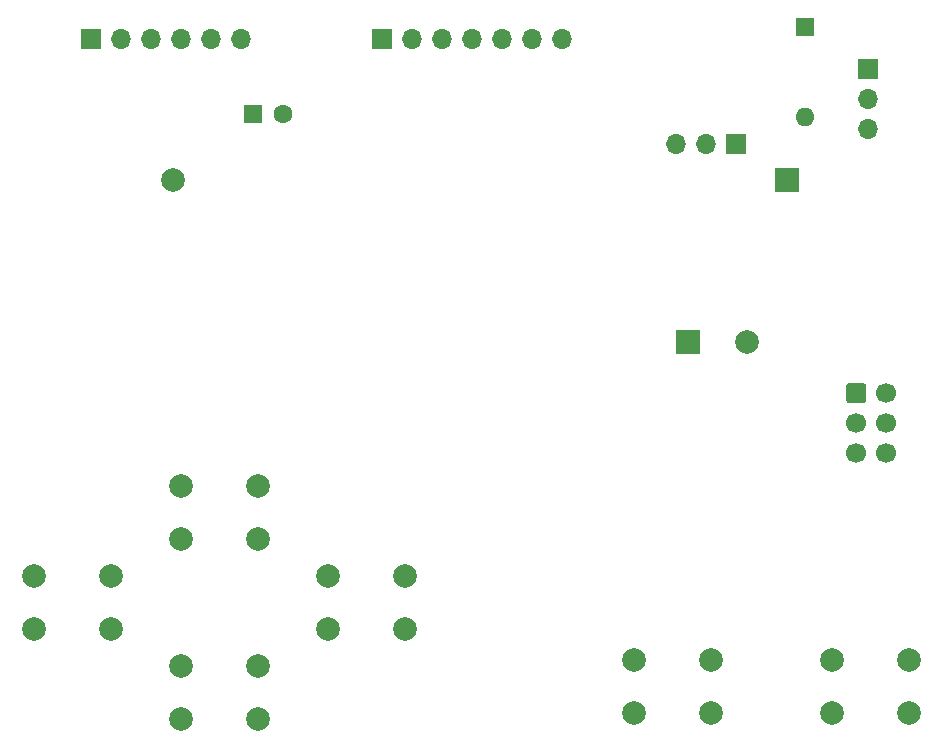
<source format=gbs>
G04 #@! TF.GenerationSoftware,KiCad,Pcbnew,5.1.9+dfsg1-1*
G04 #@! TF.CreationDate,2022-04-23T11:51:13+01:00*
G04 #@! TF.ProjectId,dmb2022,646d6232-3032-4322-9e6b-696361645f70,rev?*
G04 #@! TF.SameCoordinates,Original*
G04 #@! TF.FileFunction,Soldermask,Bot*
G04 #@! TF.FilePolarity,Negative*
%FSLAX46Y46*%
G04 Gerber Fmt 4.6, Leading zero omitted, Abs format (unit mm)*
G04 Created by KiCad (PCBNEW 5.1.9+dfsg1-1) date 2022-04-23 11:51:13*
%MOMM*%
%LPD*%
G01*
G04 APERTURE LIST*
%ADD10O,1.600000X1.600000*%
%ADD11R,1.600000X1.600000*%
%ADD12R,2.000000X2.000000*%
%ADD13C,2.000000*%
%ADD14C,1.600000*%
%ADD15O,1.700000X1.700000*%
%ADD16R,1.700000X1.700000*%
%ADD17C,1.700000*%
G04 APERTURE END LIST*
D10*
X242062000Y-73914000D03*
D11*
X242062000Y-66294000D03*
D12*
X240538000Y-79248000D03*
D13*
X188548000Y-79248000D03*
D14*
X197826000Y-73660000D03*
D11*
X195326000Y-73660000D03*
D15*
X231140000Y-76200000D03*
X233680000Y-76200000D03*
D16*
X236220000Y-76200000D03*
D15*
X221488000Y-67310000D03*
X218948000Y-67310000D03*
X216408000Y-67310000D03*
X213868000Y-67310000D03*
X211328000Y-67310000D03*
X208788000Y-67310000D03*
D16*
X206248000Y-67310000D03*
D13*
X237156000Y-92964000D03*
D12*
X232156000Y-92964000D03*
D17*
X248920000Y-102362000D03*
X248920000Y-99822000D03*
X248920000Y-97282000D03*
X246380000Y-102362000D03*
X246380000Y-99822000D03*
G36*
G01*
X245530000Y-97882000D02*
X245530000Y-96682000D01*
G75*
G02*
X245780000Y-96432000I250000J0D01*
G01*
X246980000Y-96432000D01*
G75*
G02*
X247230000Y-96682000I0J-250000D01*
G01*
X247230000Y-97882000D01*
G75*
G02*
X246980000Y-98132000I-250000J0D01*
G01*
X245780000Y-98132000D01*
G75*
G02*
X245530000Y-97882000I0J250000D01*
G01*
G37*
D15*
X194310000Y-67310000D03*
X191770000Y-67310000D03*
X189230000Y-67310000D03*
X186690000Y-67310000D03*
X184150000Y-67310000D03*
D16*
X181610000Y-67310000D03*
D13*
X195730000Y-105156000D03*
X195730000Y-109656000D03*
X189230000Y-105156000D03*
X189230000Y-109656000D03*
D15*
X247396000Y-74930000D03*
X247396000Y-72390000D03*
D16*
X247396000Y-69850000D03*
D13*
X208176000Y-112776000D03*
X208176000Y-117276000D03*
X201676000Y-112776000D03*
X201676000Y-117276000D03*
X183284000Y-112776000D03*
X183284000Y-117276000D03*
X176784000Y-112776000D03*
X176784000Y-117276000D03*
X195730000Y-120396000D03*
X195730000Y-124896000D03*
X189230000Y-120396000D03*
X189230000Y-124896000D03*
X234084000Y-119888000D03*
X234084000Y-124388000D03*
X227584000Y-119888000D03*
X227584000Y-124388000D03*
X250848000Y-119888000D03*
X250848000Y-124388000D03*
X244348000Y-119888000D03*
X244348000Y-124388000D03*
M02*

</source>
